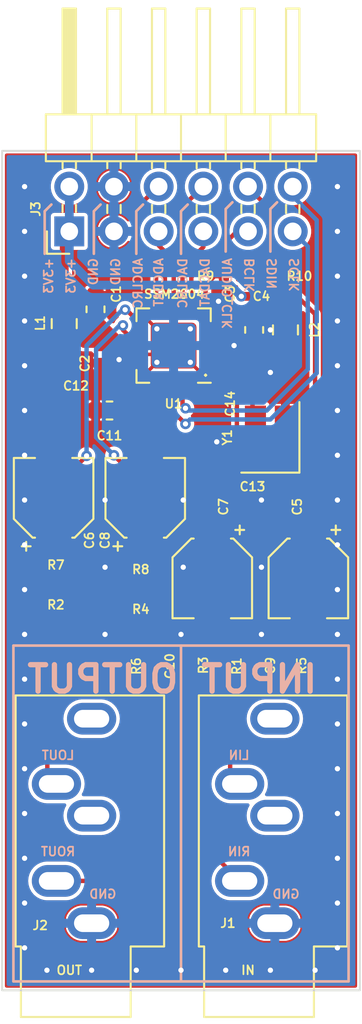
<source format=kicad_pcb>
(kicad_pcb (version 20171130) (host pcbnew 5.1.5-52549c5~86~ubuntu18.04.1)
  (layers (0 FRONT signal) (31 BACK signal) (34 B.Paste user) (35 F.Paste user) (36 B.SilkS user) (37 F.SilkS user) (38 B.Mask user) (39 F.Mask user) (44 Edge.Cuts user))
  (net 0 "")
  (net 1 /AVDD)
  (net 2 GND)
  (net 3 /DVDD)
  (net 4 /LLINEIN)
  (net 5 /LIN_FILT)
  (net 6 /LOUT_SSM)
  (net 7 /LOUT_FILT)
  (net 8 /RLINEIN)
  (net 9 /RIN_FILT)
  (net 10 /ROUT_FILT)
  (net 11 /ROUT_SSM)
  (net 12 /VMID)
  (net 13 /XTI)
  (net 14 /XTO)
  (net 15 +3V3)
  (net 16 /SDIN)
  (net 17 /SCLK)
  (net 18 /SSM_CLKOUT)
  (net 19 /BCLK)
  (net 20 /ADCDAT)
  (net 21 /ADCLRC)
  (net 22 /DACDAT)
  (net 23 /DACLRC)
  (net 24 /LIN)
  (net 25 /RIN)
  (net 26 /ROUT)
  (net 27 /LOUT)
  (net 28 /AUDIO_CLK)
  (net 29 "Net-(U1-Pad20)")
  (net 30 "Net-(J1-PadRN)")
  (net 31 "Net-(J1-PadTN)")
  (net 32 "Net-(J2-PadRN)")
  (net 33 "Net-(J2-PadTN)")
  (module pmod_audio:QFN-20-1EP_SSM2604 (layer FRONT) (at 112.08 111.012 180)
    (fp_text reference U1 (at 0 -3.3 180) (layer F.SilkS) (effects (font (size 0.5 0.5) (thickness 0.1))))
    (fp_text value SSM2604CPZ)
    (pad 20 smd roundrect (at -1 -1.9375 180) (size 0.25 0.825) (layers FRONT F.Paste F.Mask) (net 29 "Net-(U1-Pad20)"))
    (pad 19 smd roundrect (at -0.5 -1.9375 180) (size 0.25 0.825) (layers FRONT F.Paste F.Mask) (net 17 /SCLK))
    (pad 18 smd roundrect (at 0 -1.9375 180) (size 0.25 0.825) (layers FRONT F.Paste F.Mask) (net 16 /SDIN))
    (pad 17 smd roundrect (at 0.5 -1.9375 180) (size 0.25 0.825) (layers FRONT F.Paste F.Mask) (net 4 /LLINEIN))
    (pad 16 smd roundrect (at 1 -1.9375 180) (size 0.25 0.825) (layers FRONT F.Paste F.Mask) (net 8 /RLINEIN))
    (pad 15 smd roundrect (at 1.9375 -1 180) (size 0.825 0.25) (layers FRONT F.Paste F.Mask) (net 12 /VMID))
    (pad 14 smd roundrect (at 1.9375 -0.5 180) (size 0.825 0.25) (layers FRONT F.Paste F.Mask) (net 2 GND))
    (pad 13 smd roundrect (at 1.9375 0 180) (size 0.825 0.25) (layers FRONT F.Paste F.Mask) (net 1 /AVDD))
    (pad 12 smd roundrect (at 1.9375 0.5 180) (size 0.825 0.25) (layers FRONT F.Paste F.Mask) (net 11 /ROUT_SSM))
    (pad 11 smd roundrect (at 1.9375 1 180) (size 0.825 0.25) (layers FRONT F.Paste F.Mask) (net 6 /LOUT_SSM))
    (pad 10 smd roundrect (at 1 1.9375 180) (size 0.25 0.825) (layers FRONT F.Paste F.Mask) (net 21 /ADCLRC))
    (pad 9 smd roundrect (at 0.5 1.9375 180) (size 0.25 0.825) (layers FRONT F.Paste F.Mask) (net 20 /ADCDAT))
    (pad 8 smd roundrect (at 0 1.9375 180) (size 0.25 0.825) (layers FRONT F.Paste F.Mask) (net 23 /DACLRC))
    (pad 7 smd roundrect (at -0.5 1.9375 180) (size 0.25 0.825) (layers FRONT F.Paste F.Mask) (net 22 /DACDAT))
    (pad 6 smd roundrect (at -1 1.9375 180) (size 0.25 0.825) (layers FRONT F.Paste F.Mask) (net 19 /BCLK))
    (pad 5 smd roundrect (at -1.9375 1 180) (size 0.825 0.25) (layers FRONT F.Paste F.Mask) (net 18 /SSM_CLKOUT))
    (pad 4 smd roundrect (at -1.9375 0.5 180) (size 0.825 0.25) (layers FRONT F.Paste F.Mask) (net 3 /DVDD))
    (pad 3 smd roundrect (at -1.9375 0 180) (size 0.825 0.25) (layers FRONT F.Paste F.Mask) (net 2 GND))
    (pad 2 smd roundrect (at -1.9375 -0.5 180) (size 0.825 0.25) (layers FRONT F.Paste F.Mask) (net 14 /XTO))
    (pad 1 smd roundrect (at -1.9375 -1 180) (size 0.825 0.25) (layers FRONT F.Paste F.Mask) (net 13 /XTI))
    (pad 21 smd roundrect (at 0 0 180) (size 2.5 2.5) (layers BACK) (roundrect_rratio 0.1) (net 2 GND))
    (pad 21 thru_hole circle (at 0.95 0.95 180) (size 0.6 0.6) (drill 0.3) (layers *.Cu) (net 2 GND))
    (pad 21 thru_hole circle (at -0.95 0.95 180) (size 0.6 0.6) (drill 0.3) (layers *.Cu) (net 2 GND))
    (pad 21 thru_hole circle (at 0.95 -0.95 180) (size 0.6 0.6) (drill 0.3) (layers *.Cu) (net 2 GND))
    (pad 21 thru_hole circle (at -0.95 -0.95 180) (size 0.6 0.6) (drill 0.3) (layers *.Cu) (net 2 GND))
    (pad 21 smd roundrect (at 0 0 180) (size 2.6 2.6) (layers FRONT F.Mask) (roundrect_rratio 0.1) (net 2 GND))
  )
  (module Connector_Audio:Jack_3.5mm_CUI_SJ1-3535NG_Horizontal (layer FRONT) (at 117.834 143.778 180)
    (fp_text reference J1 (at 2.667 0) (layer F.SilkS) (effects (font (size 0.5 0.5) (thickness 0.1))))
    (fp_text value SJ1-3535NG)
    (pad RN thru_hole oval (at 0 6.1 180) (size 2.8 1.8) (drill oval 2 1) (layers *.Cu *.Mask) (net 30 "Net-(J1-PadRN)"))
    (pad TN thru_hole oval (at 0 11.6 180) (size 2.8 1.8) (drill oval 2 1) (layers *.Cu *.Mask) (net 31 "Net-(J1-PadTN)"))
    (pad R thru_hole oval (at 2 7.9 180) (size 2.8 1.8) (drill oval 2 1) (layers *.Cu *.Mask) (net 24 /LIN))
    (pad T thru_hole oval (at 2 2.4 180) (size 2.8 1.8) (drill oval 2 1) (layers *.Cu *.Mask) (net 25 /RIN))
    (pad S thru_hole oval (at 0 0 180) (size 2.8 1.8) (drill oval 2 1) (layers *.Cu *.Mask) (net 2 GND))
  )
  (module Connector_Audio:Jack_3.5mm_CUI_SJ1-3535NG_Horizontal (layer FRONT) (at 107.42 143.778 180)
    (fp_text reference J2 (at 2.921 -0.127) (layer F.SilkS) (effects (font (size 0.5 0.5) (thickness 0.1))))
    (fp_text value SJ1-3535NG)
    (pad RN thru_hole oval (at 0 6.1 180) (size 2.8 1.8) (drill oval 2 1) (layers *.Cu *.Mask) (net 32 "Net-(J2-PadRN)"))
    (pad TN thru_hole oval (at 0 11.6 180) (size 2.8 1.8) (drill oval 2 1) (layers *.Cu *.Mask) (net 33 "Net-(J2-PadTN)"))
    (pad R thru_hole oval (at 2 7.9 180) (size 2.8 1.8) (drill oval 2 1) (layers *.Cu *.Mask) (net 27 /LOUT))
    (pad T thru_hole oval (at 2 2.4 180) (size 2.8 1.8) (drill oval 2 1) (layers *.Cu *.Mask) (net 26 /ROUT))
    (pad S thru_hole oval (at 0 0 180) (size 2.8 1.8) (drill oval 2 1) (layers *.Cu *.Mask) (net 2 GND))
  )
  (module Capacitor_SMD:C_0603_1608Metric (layer FRONT) (at 107.641 108.9545 90)
    (fp_text reference C1 (at 0.8635 1.176 90) (layer F.SilkS) (effects (font (size 0.5 0.5) (thickness 0.1))))
    (fp_text value 10uF)
    (pad 1 smd roundrect (at -0.7875 0 90) (size 0.875 0.95) (layers FRONT F.Paste F.Mask) (net 1 /AVDD))
    (pad 2 smd roundrect (at 0.7875 0 90) (size 0.875 0.95) (layers FRONT F.Paste F.Mask) (net 2 GND))
  )
  (module Capacitor_SMD:C_0402_1005Metric (layer FRONT) (at 107.928 111.52 270)
    (fp_text reference C2 (at 0.508 0.889 90) (layer F.SilkS) (effects (font (size 0.5 0.5) (thickness 0.1))))
    (fp_text value 0.1uF)
    (pad 1 smd roundrect (at -0.485 0 270) (size 0.59 0.64) (layers FRONT F.Paste F.Mask) (net 1 /AVDD))
    (pad 2 smd roundrect (at 0.485 0 270) (size 0.59 0.64) (layers FRONT F.Paste F.Mask) (net 2 GND))
  )
  (module Capacitor_SMD:C_0402_1005Metric (layer FRONT) (at 115.261 109.615 90)
    (fp_text reference C3 (at 1.524 0.033 90) (layer F.SilkS) (effects (font (size 0.5 0.5) (thickness 0.1))))
    (fp_text value 0.1uF)
    (pad 2 smd roundrect (at 0.485 0 90) (size 0.59 0.64) (layers FRONT F.Paste F.Mask) (net 2 GND))
    (pad 1 smd roundrect (at -0.485 0 90) (size 0.59 0.64) (layers FRONT F.Paste F.Mask) (net 3 /DVDD))
  )
  (module Capacitor_SMD:C_0603_1608Metric (layer FRONT) (at 116.658 110.123 90)
    (fp_text reference C4 (at 1.905 0.414 180) (layer F.SilkS) (effects (font (size 0.5 0.5) (thickness 0.1))))
    (fp_text value 10uF)
    (pad 1 smd roundrect (at -0.7875 0 90) (size 0.875 0.95) (layers FRONT F.Paste F.Mask) (net 3 /DVDD))
    (pad 2 smd roundrect (at 0.7875 0 90) (size 0.875 0.95) (layers FRONT F.Paste F.Mask) (net 2 GND))
  )
  (module Capacitor_SMD:CP_Elec_4x5.4 (layer FRONT) (at 119.739 124.22 270)
    (fp_text reference C5 (at -4.064 0.635 90) (layer F.SilkS) (effects (font (size 0.5 0.5) (thickness 0.1))))
    (fp_text value 1uF)
    (pad 2 smd roundrect (at 1.8 0 270) (size 2.6 1.6) (layers FRONT F.Paste F.Mask) (roundrect_rratio 0.15625) (net 5 /LIN_FILT))
    (pad 1 smd roundrect (at -1.8 0 270) (size 2.6 1.6) (layers FRONT F.Paste F.Mask) (roundrect_rratio 0.15625) (net 4 /LLINEIN))
  )
  (module Capacitor_SMD:CP_Elec_4x5.4 (layer FRONT) (at 105.261 119.648 90)
    (fp_text reference C6 (at -2.413 2.032 90) (layer F.SilkS) (effects (font (size 0.5 0.5) (thickness 0.1))))
    (fp_text value 1uF)
    (pad 2 smd roundrect (at 1.8 0 90) (size 2.6 1.6) (layers FRONT F.Paste F.Mask) (roundrect_rratio 0.15625) (net 6 /LOUT_SSM))
    (pad 1 smd roundrect (at -1.8 0 90) (size 2.6 1.6) (layers FRONT F.Paste F.Mask) (roundrect_rratio 0.15625) (net 7 /LOUT_FILT))
  )
  (module Capacitor_SMD:CP_Elec_4x5.4 (layer FRONT) (at 114.278 124.22 270)
    (fp_text reference C7 (at -4.064 -0.635 90) (layer F.SilkS) (effects (font (size 0.5 0.5) (thickness 0.1))))
    (fp_text value 1uF)
    (pad 1 smd roundrect (at -1.8 0 270) (size 2.6 1.6) (layers FRONT F.Paste F.Mask) (roundrect_rratio 0.15625) (net 8 /RLINEIN))
    (pad 2 smd roundrect (at 1.8 0 270) (size 2.6 1.6) (layers FRONT F.Paste F.Mask) (roundrect_rratio 0.15625) (net 9 /RIN_FILT))
  )
  (module Capacitor_SMD:CP_Elec_4x5.4 (layer FRONT) (at 110.468 119.648 90)
    (fp_text reference C8 (at -2.413 -2.286 90) (layer F.SilkS) (effects (font (size 0.5 0.5) (thickness 0.1))))
    (fp_text value 1uF)
    (pad 1 smd roundrect (at -1.8 0 90) (size 2.6 1.6) (layers FRONT F.Paste F.Mask) (roundrect_rratio 0.15625) (net 10 /ROUT_FILT))
    (pad 2 smd roundrect (at 1.8 0 90) (size 2.6 1.6) (layers FRONT F.Paste F.Mask) (roundrect_rratio 0.15625) (net 11 /ROUT_SSM))
  )
  (module Capacitor_SMD:C_0402_1005Metric (layer FRONT) (at 118.469 129.173 270)
    (fp_text reference C9 (at 0 0.889 90) (layer F.SilkS) (effects (font (size 0.5 0.5) (thickness 0.1))))
    (fp_text value 220pF)
    (pad 1 smd roundrect (at -0.485 0 270) (size 0.59 0.64) (layers FRONT F.Paste F.Mask) (net 5 /LIN_FILT))
    (pad 2 smd roundrect (at 0.485 0 270) (size 0.59 0.64) (layers FRONT F.Paste F.Mask) (net 2 GND))
  )
  (module Capacitor_SMD:C_0402_1005Metric (layer FRONT) (at 112.754 129.196 270)
    (fp_text reference C10 (at 0 0.889 90) (layer F.SilkS) (effects (font (size 0.5 0.5) (thickness 0.1))))
    (fp_text value 220pF)
    (pad 2 smd roundrect (at 0.485 0 270) (size 0.59 0.64) (layers FRONT F.Paste F.Mask) (net 2 GND))
    (pad 1 smd roundrect (at -0.485 0 270) (size 0.59 0.64) (layers FRONT F.Paste F.Mask) (net 9 /RIN_FILT))
  )
  (module Capacitor_SMD:C_0603_1608Metric (layer FRONT) (at 108.436 114.695 180)
    (fp_text reference C11 (at 0 -1.43) (layer F.SilkS) (effects (font (size 0.5 0.5) (thickness 0.1))))
    (fp_text value 4.7uF)
    (pad 2 smd roundrect (at 0.7875 0 180) (size 0.875 0.95) (layers FRONT F.Paste F.Mask) (net 2 GND))
    (pad 1 smd roundrect (at -0.7875 0 180) (size 0.875 0.95) (layers FRONT F.Paste F.Mask) (net 12 /VMID))
  )
  (module Capacitor_SMD:C_0402_1005Metric (layer FRONT) (at 108.436 113.298 180)
    (fp_text reference C12 (at 1.905 0) (layer F.SilkS) (effects (font (size 0.5 0.5) (thickness 0.1))))
    (fp_text value 0.1uF)
    (pad 1 smd roundrect (at -0.485 0 180) (size 0.59 0.64) (layers FRONT F.Paste F.Mask) (net 12 /VMID))
    (pad 2 smd roundrect (at 0.485 0 180) (size 0.59 0.64) (layers FRONT F.Paste F.Mask) (net 2 GND))
  )
  (module Capacitor_SMD:C_0402_1005Metric (layer FRONT) (at 118.342 119.013 180)
    (fp_text reference C13 (at 1.778 0) (layer F.SilkS) (effects (font (size 0.5 0.5) (thickness 0.1))))
    (fp_text value 18pF)
    (pad 2 smd roundrect (at 0.485 0 180) (size 0.59 0.64) (layers FRONT F.Paste F.Mask) (net 2 GND))
    (pad 1 smd roundrect (at -0.485 0 180) (size 0.59 0.64) (layers FRONT F.Paste F.Mask) (net 13 /XTI))
  )
  (module Capacitor_SMD:C_0402_1005Metric (layer FRONT) (at 116.564 113.425)
    (fp_text reference C14 (at -1.27 0.889 90) (layer F.SilkS) (effects (font (size 0.5 0.5) (thickness 0.1))))
    (fp_text value 18pF)
    (pad 1 smd roundrect (at -0.485 0) (size 0.59 0.64) (layers FRONT F.Paste F.Mask) (net 14 /XTO))
    (pad 2 smd roundrect (at 0.485 0) (size 0.59 0.64) (layers FRONT F.Paste F.Mask) (net 2 GND))
  )
  (module Resistor_SMD:R_0402_1005Metric (layer FRONT) (at 117.58 107.075)
    (fp_text reference R10 (at 1.651 0) (layer F.SilkS) (effects (font (size 0.5 0.5) (thickness 0.1))))
    (fp_text value 0R)
    (pad 1 smd roundrect (at -0.485 0) (size 0.59 0.64) (layers FRONT F.Paste F.Mask) (net 28 /AUDIO_CLK))
    (pad 2 smd roundrect (at 0.485 0) (size 0.59 0.64) (layers FRONT F.Paste F.Mask) (net 13 /XTI))
  )
  (module Resistor_SMD:R_0402_1005Metric (layer FRONT) (at 116.564 129.196 270)
    (fp_text reference R1 (at 0 0.889 90) (layer F.SilkS) (effects (font (size 0.5 0.5) (thickness 0.1))))
    (fp_text value 5.6K)
    (pad 2 smd roundrect (at 0.485 0 270) (size 0.59 0.64) (layers FRONT F.Paste F.Mask) (net 24 /LIN))
    (pad 1 smd roundrect (at -0.485 0 270) (size 0.59 0.64) (layers FRONT F.Paste F.Mask) (net 5 /LIN_FILT))
  )
  (module Resistor_SMD:R_0402_1005Metric (layer FRONT) (at 105.388 126.887)
    (fp_text reference R2 (at 0 -1.17) (layer F.SilkS) (effects (font (size 0.5 0.5) (thickness 0.1))))
    (fp_text value 100)
    (pad 1 smd roundrect (at -0.485 0) (size 0.59 0.64) (layers FRONT F.Paste F.Mask) (net 27 /LOUT))
    (pad 2 smd roundrect (at 0.485 0) (size 0.59 0.64) (layers FRONT F.Paste F.Mask) (net 7 /LOUT_FILT))
  )
  (module Resistor_SMD:R_0402_1005Metric (layer FRONT) (at 114.659 129.173 270)
    (fp_text reference R3 (at -0.023 0.889 90) (layer F.SilkS) (effects (font (size 0.5 0.5) (thickness 0.1))))
    (fp_text value 5.6K)
    (pad 1 smd roundrect (at -0.485 0 270) (size 0.59 0.64) (layers FRONT F.Paste F.Mask) (net 9 /RIN_FILT))
    (pad 2 smd roundrect (at 0.485 0 270) (size 0.59 0.64) (layers FRONT F.Paste F.Mask) (net 25 /RIN))
  )
  (module Resistor_SMD:R_0402_1005Metric (layer FRONT) (at 110.214 127.141)
    (fp_text reference R4 (at 0 -1.17) (layer F.SilkS) (effects (font (size 0.5 0.5) (thickness 0.1))))
    (fp_text value 100)
    (pad 2 smd roundrect (at 0.485 0) (size 0.59 0.64) (layers FRONT F.Paste F.Mask) (net 10 /ROUT_FILT))
    (pad 1 smd roundrect (at -0.485 0) (size 0.59 0.64) (layers FRONT F.Paste F.Mask) (net 26 /ROUT))
  )
  (module Resistor_SMD:R_0402_1005Metric (layer FRONT) (at 120.247 129.173 270)
    (fp_text reference R5 (at 0 0.889 90) (layer F.SilkS) (effects (font (size 0.5 0.5) (thickness 0.1))))
    (fp_text value 10M)
    (pad 2 smd roundrect (at 0.485 0 270) (size 0.59 0.64) (layers FRONT F.Paste F.Mask) (net 2 GND))
    (pad 1 smd roundrect (at -0.485 0 270) (size 0.59 0.64) (layers FRONT F.Paste F.Mask) (net 5 /LIN_FILT))
  )
  (module Resistor_SMD:R_0402_1005Metric (layer FRONT) (at 110.849 129.196 270)
    (fp_text reference R6 (at 0 0.889 90) (layer F.SilkS) (effects (font (size 0.5 0.5) (thickness 0.1))))
    (fp_text value 10M)
    (pad 1 smd roundrect (at -0.485 0 270) (size 0.59 0.64) (layers FRONT F.Paste F.Mask) (net 9 /RIN_FILT))
    (pad 2 smd roundrect (at 0.485 0 270) (size 0.59 0.64) (layers FRONT F.Paste F.Mask) (net 2 GND))
  )
  (module Resistor_SMD:R_0402_1005Metric (layer FRONT) (at 105.388 124.347 180)
    (fp_text reference R7 (at 0 0.889) (layer F.SilkS) (effects (font (size 0.5 0.5) (thickness 0.1))))
    (fp_text value 47K)
    (pad 2 smd roundrect (at 0.485 0 180) (size 0.59 0.64) (layers FRONT F.Paste F.Mask) (net 2 GND))
    (pad 1 smd roundrect (at -0.485 0 180) (size 0.59 0.64) (layers FRONT F.Paste F.Mask) (net 7 /LOUT_FILT))
  )
  (module Resistor_SMD:R_0402_1005Metric (layer FRONT) (at 110.214 124.601 180)
    (fp_text reference R8 (at 0 0.889) (layer F.SilkS) (effects (font (size 0.5 0.5) (thickness 0.1))))
    (fp_text value 47K)
    (pad 1 smd roundrect (at -0.485 0 180) (size 0.59 0.64) (layers FRONT F.Paste F.Mask) (net 10 /ROUT_FILT))
    (pad 2 smd roundrect (at 0.485 0 180) (size 0.59 0.64) (layers FRONT F.Paste F.Mask) (net 2 GND))
  )
  (module Resistor_SMD:R_0402_1005Metric (layer FRONT) (at 115.421 107.075)
    (fp_text reference R9 (at -1.524 0) (layer F.SilkS) (effects (font (size 0.5 0.5) (thickness 0.1))))
    (fp_text value 0R)
    (pad 2 smd roundrect (at 0.485 0) (size 0.59 0.64) (layers FRONT F.Paste F.Mask) (net 28 /AUDIO_CLK))
    (pad 1 smd roundrect (at -0.485 0) (size 0.59 0.64) (layers FRONT F.Paste F.Mask) (net 18 /SSM_CLKOUT))
  )
  (module Connector_PinHeader_2.54mm:PinHeader_2x06_P2.54mm_Horizontal (layer FRONT) (at 106.15 104.535 90)
    (fp_text reference J3 (at 1.27 -1.905 90) (layer F.SilkS) (effects (font (size 0.5 0.5) (thickness 0.1))))
    (fp_text value PMOD_HEADER)
    (pad 1 thru_hole rect (at 0 0 90) (size 1.7 1.7) (drill 1) (layers *.Cu *.Mask) (net 15 +3V3))
    (pad 2 thru_hole oval (at 2.54 0 90) (size 1.7 1.7) (drill 1) (layers *.Cu *.Mask) (net 15 +3V3))
    (pad 3 thru_hole oval (at 0 2.54 90) (size 1.7 1.7) (drill 1) (layers *.Cu *.Mask) (net 2 GND))
    (pad 4 thru_hole oval (at 2.54 2.54 90) (size 1.7 1.7) (drill 1) (layers *.Cu *.Mask) (net 2 GND))
    (pad 5 thru_hole oval (at 0 5.08 90) (size 1.7 1.7) (drill 1) (layers *.Cu *.Mask) (net 20 /ADCDAT))
    (pad 6 thru_hole oval (at 2.54 5.08 90) (size 1.7 1.7) (drill 1) (layers *.Cu *.Mask) (net 21 /ADCLRC))
    (pad 7 thru_hole oval (at 0 7.62 90) (size 1.7 1.7) (drill 1) (layers *.Cu *.Mask) (net 22 /DACDAT))
    (pad 8 thru_hole oval (at 2.54 7.62 90) (size 1.7 1.7) (drill 1) (layers *.Cu *.Mask) (net 23 /DACLRC))
    (pad 9 thru_hole oval (at 0 10.16 90) (size 1.7 1.7) (drill 1) (layers *.Cu *.Mask) (net 19 /BCLK))
    (pad 10 thru_hole oval (at 2.54 10.16 90) (size 1.7 1.7) (drill 1) (layers *.Cu *.Mask) (net 28 /AUDIO_CLK))
    (pad 11 thru_hole oval (at 0 12.7 90) (size 1.7 1.7) (drill 1) (layers *.Cu *.Mask) (net 17 /SCLK))
    (pad 12 thru_hole oval (at 2.54 12.7 90) (size 1.7 1.7) (drill 1) (layers *.Cu *.Mask) (net 16 /SDIN))
  )
  (module Crystal:Crystal_SMD_3225-4Pin_3.2x2.5mm (layer FRONT) (at 117.58 116.219 90)
    (fp_text reference Y1 (at 0 -2.45 90) (layer F.SilkS) (effects (font (size 0.5 0.5) (thickness 0.1))))
    (fp_text value "12.288 MHz")
    (pad 1 smd rect (at -1.1 0.85 90) (size 1.4 1.2) (layers FRONT F.Paste F.Mask) (net 13 /XTI))
    (pad 2 smd rect (at 1.1 0.85 90) (size 1.4 1.2) (layers FRONT F.Paste F.Mask) (net 2 GND))
    (pad 3 smd rect (at 1.1 -0.85 90) (size 1.4 1.2) (layers FRONT F.Paste F.Mask) (net 14 /XTO))
    (pad 4 smd rect (at -1.1 -0.85 90) (size 1.4 1.2) (layers FRONT F.Paste F.Mask) (net 2 GND))
  )
  (module Inductor_SMD:L_0805_2012Metric (layer FRONT) (at 105.863 109.7675 90)
    (fp_text reference L1 (at 0.0255 -1.364 90) (layer F.SilkS) (effects (font (size 0.5 0.5) (thickness 0.1))))
    (fp_text value 22uH)
    (pad 2 smd roundrect (at 0.9375 0 90) (size 0.975 1.4) (layers FRONT F.Paste F.Mask) (net 15 +3V3))
    (pad 1 smd roundrect (at -0.9375 0 90) (size 0.975 1.4) (layers FRONT F.Paste F.Mask) (net 1 /AVDD))
  )
  (module Inductor_SMD:L_0805_2012Metric (layer FRONT) (at 118.436 110.123 270)
    (fp_text reference L2 (at 0 -1.65 90) (layer F.SilkS) (effects (font (size 0.5 0.5) (thickness 0.1))))
    (fp_text value 22uH)
    (pad 1 smd roundrect (at -0.9375 0 270) (size 0.975 1.4) (layers FRONT F.Paste F.Mask) (net 15 +3V3))
    (pad 2 smd roundrect (at 0.9375 0 270) (size 0.975 1.4) (layers FRONT F.Paste F.Mask) (net 3 /DVDD))
  )
  (gr_text IN (at 116.31 146.445) (layer F.SilkS) (effects (font (size 0.5 0.5) (thickness 0.1))))
  (gr_text OUT (at 106.15 146.445) (layer F.SilkS) (effects (font (size 0.5 0.5) (thickness 0.1))))
  (gr_line (start 122.025 128.03) (end 112.5 128.03) (layer B.SilkS) (width 0.15))
  (gr_line (start 122.025 147.08) (end 122.025 128.03) (layer B.SilkS) (width 0.15))
  (gr_line (start 102.975 147.08) (end 122.025 147.08) (layer B.SilkS) (width 0.15))
  (gr_line (start 102.975 128.03) (end 102.975 147.08) (layer B.SilkS) (width 0.15))
  (gr_line (start 112.5 128.03) (end 102.975 128.03) (layer B.SilkS) (width 0.15))
  (gr_line (start 112.5 147.08) (end 112.5 128.03) (layer B.SilkS) (width 0.15))
  (gr_text RIN (at 115.802 139.714) (layer B.SilkS) (effects (font (size 0.5 0.5) (thickness 0.1)) (justify mirror)))
  (gr_text LIN (at 115.802 134.253) (layer B.SilkS) (effects (font (size 0.5 0.5) (thickness 0.1)) (justify mirror)))
  (gr_text LOUT (at 105.515 134.253) (layer B.SilkS) (effects (font (size 0.5 0.5) (thickness 0.1)) (justify mirror)))
  (gr_text ROUT (at 105.515 139.714) (layer B.SilkS) (effects (font (size 0.5 0.5) (thickness 0.1)) (justify mirror)))
  (gr_text GND (at 108.055 142.127) (layer B.SilkS) (effects (font (size 0.5 0.5) (thickness 0.1)) (justify mirror)))
  (gr_text GND (at 118.469 142.127) (layer B.SilkS) (effects (font (size 0.5 0.5) (thickness 0.1)) (justify mirror)))
  (gr_text . (at 113.897 112.282) (layer F.SilkS) (effects (font (size 1 1) (thickness 0.1))))
  (gr_text SSM2604 (at 112.119 108.091) (layer F.SilkS) (effects (font (size 0.5 0.5) (thickness 0.1))))
  (gr_line (start 104.753 103.392) (end 104.753 105.805) (layer B.SilkS) (width 0.15))
  (gr_line (start 105.134 103.011) (end 104.753 103.392) (layer B.SilkS) (width 0.15))
  (gr_line (start 107.547 103.392) (end 107.547 105.805) (layer B.SilkS) (width 0.15))
  (gr_line (start 107.928 103.011) (end 107.547 103.392) (layer B.SilkS) (width 0.15))
  (gr_line (start 109.96 103.392) (end 109.96 105.805) (layer B.SilkS) (width 0.15))
  (gr_line (start 110.341 103.011) (end 109.96 103.392) (layer B.SilkS) (width 0.15))
  (gr_line (start 112.5 103.392) (end 112.5 105.805) (layer B.SilkS) (width 0.15))
  (gr_line (start 112.881 103.011) (end 112.5 103.392) (layer B.SilkS) (width 0.15))
  (gr_line (start 115.04 103.265) (end 115.04 105.678) (layer B.SilkS) (width 0.15))
  (gr_line (start 115.421 102.884) (end 115.04 103.265) (layer B.SilkS) (width 0.15))
  (gr_line (start 117.58 103.265) (end 117.58 105.678) (layer B.SilkS) (width 0.15))
  (gr_line (start 117.961 102.884) (end 117.58 103.265) (layer B.SilkS) (width 0.15))
  (gr_text SCLK (at 118.944 106.999571 90) (layer B.SilkS) (effects (font (size 0.5 0.5) (thickness 0.1)) (justify mirror)))
  (gr_text SDIN (at 117.674 106.928143 90) (layer B.SilkS) (effects (font (size 0.5 0.5) (thickness 0.1)) (justify mirror)))
  (gr_text BCLK (at 116.404 107.011476 90) (layer B.SilkS) (effects (font (size 0.5 0.5) (thickness 0.1)) (justify mirror)))
  (gr_text AUDIO_CLK (at 115.134 108.059095 90) (layer B.SilkS) (effects (font (size 0.5 0.5) (thickness 0.1)) (justify mirror)))
  (gr_text DACDAT (at 113.864 107.428143 90) (layer B.SilkS) (effects (font (size 0.5 0.5) (thickness 0.1)) (justify mirror)))
  (gr_text DACLRC (at 112.594 107.475762 90) (layer B.SilkS) (effects (font (size 0.5 0.5) (thickness 0.1)) (justify mirror)))
  (gr_text ADCDAT (at 111.23 107.428143 90) (layer B.SilkS) (effects (font (size 0.5 0.5) (thickness 0.1)) (justify mirror)))
  (gr_text ADCLRC (at 110.054 107.475762 90) (layer B.SilkS) (effects (font (size 0.5 0.5) (thickness 0.1)) (justify mirror)))
  (gr_text GND (at 107.514 106.821 90) (layer B.SilkS) (effects (font (size 0.5 0.5) (thickness 0.1)) (justify mirror)))
  (gr_text +3V3 (at 104.974 107.059095 90) (layer B.SilkS) (effects (font (size 0.5 0.5) (thickness 0.1)) (justify mirror)))
  (gr_line (start 102.34 147.588) (end 102.34 99.963) (layer Edge.Cuts) (width 0.1))
  (gr_line (start 122.66 147.588) (end 102.34 147.588) (layer Edge.Cuts) (width 0.1))
  (gr_line (start 122.66 99.963) (end 122.66 147.588) (layer Edge.Cuts) (width 0.1))
  (gr_line (start 102.34 99.963) (end 122.66 99.963) (layer Edge.Cuts) (width 0.1))
  (gr_text GND (at 108.784 106.821 90) (layer B.SilkS) (effects (font (size 0.5 0.5) (thickness 0.1)) (justify mirror)))
  (gr_text +3V3 (at 106.244 107.059095 90) (layer B.SilkS) (effects (font (size 0.5 0.5) (thickness 0.1)) (justify mirror)))
  (gr_text OUTPUT (at 108.055 129.935) (layer B.SilkS) (effects (font (size 1.5 1.5) (thickness 0.3)) (justify mirror)))
  (gr_text INPUT (at 116.945 129.935) (layer B.SilkS) (effects (font (size 1.5 1.5) (thickness 0.3)) (justify mirror)))
  (via (at 117.58 112.536) (size 0.6) (drill 0.3) (layers FRONT BACK) (net 2))
  (via (at 103.61 101.995) (size 0.6) (drill 0.3) (layers FRONT BACK) (net 2))
  (via (at 115.515 111.012) (size 0.6) (drill 0.3) (layers FRONT BACK) (net 2))
  (segment (start 114.0235 111.012) (end 115.515 111.012) (width 0.25) (layer FRONT) (net 2))
  (via (at 117.072 127.395) (size 0.6) (drill 0.3) (layers FRONT BACK) (net 2))
  (segment (start 109.277 111.512) (end 108.9795 111.8095) (width 0.25) (layer FRONT) (net 2))
  (segment (start 110.1425 111.512) (end 109.277 111.512) (width 0.25) (layer FRONT) (net 2))
  (via (at 112.5 146.445) (size 0.6) (drill 0.3) (layers FRONT BACK) (net 2))
  (via (at 109.96 146.445) (size 0.6) (drill 0.3) (layers FRONT BACK) (net 2))
  (via (at 115.04 146.445) (size 0.6) (drill 0.3) (layers FRONT BACK) (net 2))
  (via (at 104.88 146.445) (size 0.6) (drill 0.3) (layers FRONT BACK) (net 2))
  (via (at 103.61 145.175) (size 0.6) (drill 0.3) (layers FRONT BACK) (net 2))
  (via (at 120.12 146.445) (size 0.6) (drill 0.3) (layers FRONT BACK) (net 2))
  (via (at 121.39 145.175) (size 0.6) (drill 0.3) (layers FRONT BACK) (net 2))
  (via (at 121.39 142.635) (size 0.6) (drill 0.3) (layers FRONT BACK) (net 2))
  (via (at 121.39 140.095) (size 0.6) (drill 0.3) (layers FRONT BACK) (net 2))
  (via (at 121.39 137.555) (size 0.6) (drill 0.3) (layers FRONT BACK) (net 2))
  (via (at 121.39 135.015) (size 0.6) (drill 0.3) (layers FRONT BACK) (net 2))
  (via (at 121.39 132.475) (size 0.6) (drill 0.3) (layers FRONT BACK) (net 2))
  (via (at 117.58 146.445) (size 0.6) (drill 0.3) (layers FRONT BACK) (net 2))
  (via (at 107.42 146.445) (size 0.6) (drill 0.3) (layers FRONT BACK) (net 2))
  (via (at 103.61 142.635) (size 0.6) (drill 0.3) (layers FRONT BACK) (net 2))
  (via (at 121.39 101.995) (size 0.6) (drill 0.3) (layers FRONT BACK) (net 2))
  (via (at 121.39 104.535) (size 0.6) (drill 0.3) (layers FRONT BACK) (net 2))
  (via (at 121.39 107.075) (size 0.6) (drill 0.3) (layers FRONT BACK) (net 2))
  (via (at 121.39 109.615) (size 0.6) (drill 0.3) (layers FRONT BACK) (net 2))
  (via (at 121.39 112.155) (size 0.6) (drill 0.3) (layers FRONT BACK) (net 2))
  (via (at 121.39 114.695) (size 0.6) (drill 0.3) (layers FRONT BACK) (net 2))
  (via (at 121.39 117.235) (size 0.6) (drill 0.3) (layers FRONT BACK) (net 2))
  (via (at 121.39 119.775) (size 0.6) (drill 0.3) (layers FRONT BACK) (net 2))
  (via (at 103.61 104.535) (size 0.6) (drill 0.3) (layers FRONT BACK) (net 2))
  (via (at 103.61 107.075) (size 0.6) (drill 0.3) (layers FRONT BACK) (net 2))
  (via (at 103.61 109.615) (size 0.6) (drill 0.3) (layers FRONT BACK) (net 2))
  (via (at 103.61 112.155) (size 0.6) (drill 0.3) (layers FRONT BACK) (net 2))
  (via (at 103.61 114.695) (size 0.6) (drill 0.3) (layers FRONT BACK) (net 2))
  (via (at 121.39 129.935) (size 0.6) (drill 0.3) (layers FRONT BACK) (net 2))
  (via (at 121.39 127.395) (size 0.6) (drill 0.3) (layers FRONT BACK) (net 2))
  (via (at 121.39 124.855) (size 0.6) (drill 0.3) (layers FRONT BACK) (net 2))
  (via (at 121.39 122.315) (size 0.6) (drill 0.3) (layers FRONT BACK) (net 2))
  (via (at 117.072 119.775) (size 0.6) (drill 0.3) (layers FRONT BACK) (net 2))
  (via (at 103.61 140.095) (size 0.6) (drill 0.3) (layers FRONT BACK) (net 2))
  (via (at 103.61 137.555) (size 0.6) (drill 0.3) (layers FRONT BACK) (net 2))
  (via (at 103.61 135.015) (size 0.6) (drill 0.3) (layers FRONT BACK) (net 2))
  (via (at 103.61 132.475) (size 0.6) (drill 0.3) (layers FRONT BACK) (net 2))
  (via (at 103.61 129.935) (size 0.6) (drill 0.3) (layers FRONT BACK) (net 2))
  (via (at 103.61 127.395) (size 0.6) (drill 0.3) (layers FRONT BACK) (net 2))
  (via (at 103.61 124.855) (size 0.6) (drill 0.3) (layers FRONT BACK) (net 2))
  (via (at 103.61 122.315) (size 0.6) (drill 0.3) (layers FRONT BACK) (net 2))
  (via (at 103.61 119.775) (size 0.6) (drill 0.3) (layers FRONT BACK) (net 2))
  (via (at 103.61 117.235) (size 0.6) (drill 0.3) (layers FRONT BACK) (net 2))
  (via (at 108.182 119.775) (size 0.6) (drill 0.3) (layers FRONT BACK) (net 2))
  (via (at 108.182 127.395) (size 0.6) (drill 0.3) (layers FRONT BACK) (net 2))
  (via (at 114.631 108.5) (size 0.6) (drill 0.3) (layers FRONT BACK) (net 2))
  (via (at 117.58 110.123) (size 0.6) (drill 0.3) (layers FRONT BACK) (net 2))
  (via (at 117.072 123.585) (size 0.6) (drill 0.3) (layers FRONT BACK) (net 2))
  (via (at 112.627 123.585) (size 0.6) (drill 0.3) (layers FRONT BACK) (net 2))
  (via (at 108.182 123.585) (size 0.6) (drill 0.3) (layers FRONT BACK) (net 2))
  (via (at 112.5 127.395) (size 0.6) (drill 0.3) (layers FRONT BACK) (net 2))
  (via (at 112.627 119.775) (size 0.6) (drill 0.3) (layers FRONT BACK) (net 2))
  (segment (start 108.9795 111.8095) (end 108.911 111.878) (width 0.25) (layer FRONT) (net 2))
  (via (at 108.9795 111.8095) (size 0.6) (drill 0.3) (layers FRONT BACK) (net 2))
  (via (at 114.532 116.473) (size 0.6) (drill 0.3) (layers FRONT BACK) (net 2))
  (segment (start 112.08 111.012) (end 110.65 112.442) (width 0.2) (layer FRONT) (net 2))
  (segment (start 110.65 112.442) (end 110.65 112.735) (width 0.2) (layer FRONT) (net 2))
  (segment (start 111.58 111.512) (end 112.08 111.012) (width 0.2) (layer FRONT) (net 2))
  (segment (start 110.1425 111.512) (end 111.58 111.512) (width 0.2) (layer FRONT) (net 2))
  (segment (start 112.08 111.012) (end 114.0175 111.012) (width 0.2) (layer FRONT) (net 2))
  (segment (start 113.803 112.735) (end 113.815332 112.735) (width 0.2) (layer FRONT) (net 2))
  (segment (start 112.08 111.012) (end 113.803 112.735) (width 0.2) (layer FRONT) (net 2))
  (segment (start 111.117668 110.062) (end 110.57 109.514332) (width 0.2) (layer FRONT) (net 2))
  (segment (start 111.13 110.062) (end 111.117668 110.062) (width 0.2) (layer FRONT) (net 2))
  (segment (start 118.436 110.9105) (end 116.658 110.9105) (width 0.5) (layer FRONT) (net 3))
  (segment (start 115.8475 110.1) (end 116.658 110.9105) (width 0.5) (layer FRONT) (net 3))
  (segment (start 115.261 110.1) (end 115.8475 110.1) (width 0.5) (layer FRONT) (net 3))
  (segment (start 114.849 110.512) (end 115.261 110.1) (width 0.25) (layer FRONT) (net 3))
  (segment (start 114.0235 110.512) (end 114.849 110.512) (width 0.25) (layer FRONT) (net 3))
  (segment (start 119.104 120.537) (end 119.739 121.172) (width 0.25) (layer FRONT) (net 4))
  (segment (start 116.691 120.537) (end 119.104 120.537) (width 0.25) (layer FRONT) (net 4))
  (segment (start 119.739 121.172) (end 119.739 123.563) (width 0.25) (layer FRONT) (net 4))
  (segment (start 111.586 112.9495) (end 111.586 115.432) (width 0.25) (layer FRONT) (net 4))
  (segment (start 111.586 115.432) (end 116.691 120.537) (width 0.25) (layer FRONT) (net 4))
  (segment (start 120.224 128.711) (end 120.247 128.688) (width 0.25) (layer FRONT) (net 5))
  (segment (start 116.564 128.711) (end 119.82 128.711) (width 0.25) (layer FRONT) (net 5))
  (segment (start 119.82 128.711) (end 120.224 128.711) (width 0.25) (layer FRONT) (net 5))
  (segment (start 120.247 126.528) (end 119.739 126.02) (width 0.25) (layer FRONT) (net 5))
  (segment (start 120.247 128.688) (end 120.247 126.528) (width 0.25) (layer FRONT) (net 5))
  (segment (start 104.593 118.991) (end 104.593 117.616) (width 0.25) (layer FRONT) (net 6))
  (via (at 109.325 108.98) (size 0.6) (drill 0.3) (layers FRONT BACK) (net 6))
  (segment (start 109.165 108.98) (end 109.325 108.98) (width 0.25) (layer BACK) (net 6))
  (segment (start 106.553 117.848) (end 105.261 117.848) (width 0.25) (layer FRONT) (net 6))
  (segment (start 107.133 117.268) (end 106.553 117.848) (width 0.25) (layer FRONT) (net 6))
  (segment (start 107.133 111.012) (end 109.165 108.98) (width 0.25) (layer BACK) (net 6))
  (via (at 107.133 117.268) (size 0.6) (drill 0.3) (layers FRONT BACK) (net 6))
  (segment (start 107.133 117.268) (end 107.133 111.012) (width 0.25) (layer BACK) (net 6))
  (segment (start 110.087 109.9565) (end 110.1425 110.012) (width 0.25) (layer FRONT) (net 6))
  (segment (start 110.087 109.672) (end 110.087 109.9565) (width 0.25) (layer FRONT) (net 6))
  (segment (start 109.325 108.98) (end 109.395 108.98) (width 0.25) (layer FRONT) (net 6))
  (segment (start 109.395 108.98) (end 110.087 109.672) (width 0.25) (layer FRONT) (net 6))
  (segment (start 105.873 126.887) (end 105.873 124.347) (width 0.25) (layer FRONT) (net 7))
  (segment (start 105.873 122.06) (end 105.261 121.448) (width 0.25) (layer FRONT) (net 7))
  (segment (start 105.873 124.347) (end 105.873 122.06) (width 0.25) (layer FRONT) (net 7))
  (segment (start 114.278 118.919) (end 114.278 123.563) (width 0.25) (layer FRONT) (net 8))
  (segment (start 111.086 112.9495) (end 111.086 115.727) (width 0.25) (layer FRONT) (net 8))
  (segment (start 111.086 115.727) (end 114.278 118.919) (width 0.25) (layer FRONT) (net 8))
  (segment (start 110.872 128.688) (end 110.849 128.711) (width 0.25) (layer FRONT) (net 9))
  (segment (start 114.659 128.688) (end 110.872 128.688) (width 0.25) (layer FRONT) (net 9))
  (segment (start 114.659 126.401) (end 114.278 126.02) (width 0.25) (layer FRONT) (net 9))
  (segment (start 114.659 128.688) (end 114.659 126.401) (width 0.25) (layer FRONT) (net 9))
  (segment (start 110.699 121.679) (end 110.468 121.448) (width 0.25) (layer FRONT) (net 10))
  (segment (start 110.699 124.601) (end 110.699 121.679) (width 0.25) (layer FRONT) (net 10))
  (segment (start 110.699 124.601) (end 110.699 127.141) (width 0.25) (layer FRONT) (net 10))
  (via (at 109.198 109.869) (size 0.6) (drill 0.3) (layers FRONT BACK) (net 11))
  (segment (start 109.587 110.512) (end 110.1485 110.512) (width 0.25) (layer FRONT) (net 11))
  (segment (start 109.198 109.869) (end 109.198 110.123) (width 0.25) (layer FRONT) (net 11))
  (segment (start 109.198 110.123) (end 109.587 110.512) (width 0.25) (layer FRONT) (net 11))
  (segment (start 108.69 117.235) (end 109.303 117.848) (width 0.25) (layer FRONT) (net 11))
  (segment (start 109.303 117.848) (end 110.468 117.848) (width 0.25) (layer FRONT) (net 11))
  (via (at 108.69 117.235) (size 0.6) (drill 0.3) (layers FRONT BACK) (net 11))
  (segment (start 107.674 111.2025) (end 109.0075 109.869) (width 0.25) (layer BACK) (net 11))
  (segment (start 109.0075 109.869) (end 109.198 109.869) (width 0.25) (layer BACK) (net 11))
  (segment (start 108.69 117.235) (end 107.674 116.219) (width 0.25) (layer BACK) (net 11))
  (segment (start 107.674 116.219) (end 107.674 111.2025) (width 0.25) (layer BACK) (net 11))
  (segment (start 110.1425 112.012) (end 110.1425 112.7345) (width 0.25) (layer FRONT) (net 12))
  (segment (start 109.579 113.298) (end 108.921 113.298) (width 0.25) (layer FRONT) (net 12))
  (segment (start 110.1425 112.7345) (end 109.579 113.298) (width 0.25) (layer FRONT) (net 12))
  (segment (start 109.071 114.5425) (end 109.2235 114.695) (width 0.25) (layer FRONT) (net 12))
  (segment (start 108.921 113.298) (end 109.071 113.448) (width 0.25) (layer FRONT) (net 12))
  (segment (start 109.071 113.448) (end 109.071 114.5425) (width 0.25) (layer FRONT) (net 12))
  (segment (start 118.827 117.716) (end 118.43 117.319) (width 0.25) (layer FRONT) (net 13))
  (segment (start 118.827 119.013) (end 118.827 117.716) (width 0.25) (layer FRONT) (net 13))
  (segment (start 114.643 112.012) (end 114.0175 112.012) (width 0.25) (layer FRONT) (net 13))
  (segment (start 115.04 112.409) (end 114.643 112.012) (width 0.25) (layer FRONT) (net 13))
  (segment (start 115.04 113.552) (end 115.04 112.409) (width 0.25) (layer FRONT) (net 13))
  (segment (start 118.43 117.196) (end 117.453 116.219) (width 0.25) (layer FRONT) (net 13))
  (segment (start 118.43 117.319) (end 118.43 117.196) (width 0.25) (layer FRONT) (net 13))
  (segment (start 117.453 116.219) (end 115.929 116.219) (width 0.25) (layer FRONT) (net 13))
  (segment (start 115.675 115.965) (end 115.675 114.187) (width 0.25) (layer FRONT) (net 13))
  (segment (start 115.929 116.219) (end 115.675 115.965) (width 0.25) (layer FRONT) (net 13))
  (segment (start 115.675 114.187) (end 115.04 113.552) (width 0.25) (layer FRONT) (net 13))
  (segment (start 115.698 112.282) (end 115.675 112.282) (width 0.25) (layer FRONT) (net 14))
  (segment (start 114.905 111.512) (end 114.0175 111.512) (width 0.25) (layer FRONT) (net 14))
  (segment (start 115.675 112.282) (end 114.905 111.512) (width 0.25) (layer FRONT) (net 14))
  (segment (start 115.698 113.044) (end 116.079 113.425) (width 0.25) (layer FRONT) (net 14))
  (segment (start 115.698 112.282) (end 115.698 113.044) (width 0.25) (layer FRONT) (net 14))
  (segment (start 116.079 113.829) (end 116.079 113.425) (width 0.25) (layer FRONT) (net 14))
  (segment (start 116.564 114.314) (end 116.079 113.829) (width 0.25) (layer FRONT) (net 14))
  (segment (start 116.73 115.119) (end 116.564 114.953) (width 0.25) (layer FRONT) (net 14))
  (segment (start 116.564 114.953) (end 116.564 114.314) (width 0.25) (layer FRONT) (net 14))
  (segment (start 106.15 101.995) (end 106.15 104.535) (width 0.5) (layer BACK) (net 15))
  (segment (start 106.15 106.219) (end 106.15 104.535) (width 0.5) (layer BACK) (net 15))
  (segment (start 115.929 108.218) (end 115.294 107.583) (width 0.5) (layer BACK) (net 15))
  (segment (start 115.294 107.583) (end 107.514 107.583) (width 0.5) (layer BACK) (net 15))
  (via (at 115.929 108.218) (size 0.6) (drill 0.3) (layers FRONT BACK) (net 15))
  (segment (start 107.514 107.583) (end 106.15 106.219) (width 0.5) (layer BACK) (net 15))
  (segment (start 105.863 104.822) (end 105.863 108.98) (width 0.5) (layer FRONT) (net 15))
  (segment (start 106.15 104.535) (end 105.863 104.822) (width 0.5) (layer FRONT) (net 15))
  (segment (start 112.754 115.457) (end 112.086 114.789) (width 0.25) (layer FRONT) (net 16))
  (via (at 112.754 115.457) (size 0.6) (drill 0.3) (layers FRONT BACK) (net 16))
  (segment (start 112.086 114.789) (end 112.086 112.9495) (width 0.25) (layer FRONT) (net 16))
  (segment (start 118.85 102.536) (end 118.85 101.995) (width 0.25) (layer BACK) (net 16))
  (segment (start 120.214 103.9) (end 118.85 102.536) (width 0.25) (layer BACK) (net 16))
  (segment (start 120.214 112.569) (end 120.214 103.9) (width 0.25) (layer BACK) (net 16))
  (segment (start 117.58 115.203) (end 120.214 112.569) (width 0.25) (layer BACK) (net 16))
  (segment (start 112.754 115.457) (end 113.008 115.203) (width 0.25) (layer BACK) (net 16))
  (segment (start 113.008 115.203) (end 117.58 115.203) (width 0.25) (layer BACK) (net 16))
  (via (at 112.754 114.568) (size 0.6) (drill 0.3) (layers FRONT BACK) (net 17))
  (segment (start 112.586 114.4) (end 112.586 112.9495) (width 0.25) (layer FRONT) (net 17))
  (segment (start 112.754 114.568) (end 112.586 114.4) (width 0.25) (layer FRONT) (net 17))
  (segment (start 119.706 105.391) (end 118.85 104.535) (width 0.25) (layer BACK) (net 17))
  (segment (start 119.706 112.362) (end 119.706 105.391) (width 0.25) (layer BACK) (net 17))
  (segment (start 117.373 114.695) (end 119.706 112.362) (width 0.25) (layer BACK) (net 17))
  (segment (start 112.754 114.568) (end 112.881 114.695) (width 0.25) (layer BACK) (net 17))
  (segment (start 112.881 114.695) (end 117.373 114.695) (width 0.25) (layer BACK) (net 17))
  (segment (start 113.897 109.8855) (end 114.0235 110.012) (width 0.25) (layer FRONT) (net 18))
  (segment (start 113.897 107.583) (end 113.897 109.8855) (width 0.25) (layer FRONT) (net 18))
  (segment (start 114.936 107.075) (end 114.405 107.075) (width 0.25) (layer FRONT) (net 18))
  (segment (start 114.405 107.075) (end 113.897 107.583) (width 0.25) (layer FRONT) (net 18))
  (segment (start 113.086 107.124) (end 113.086 109.0745) (width 0.25) (layer FRONT) (net 19))
  (segment (start 116.31 104.535) (end 115.675 104.535) (width 0.25) (layer FRONT) (net 19))
  (segment (start 115.675 104.535) (end 113.086 107.124) (width 0.25) (layer FRONT) (net 19))
  (segment (start 111.586 109.0745) (end 111.586 107.591) (width 0.25) (layer FRONT) (net 20))
  (segment (start 111.23 105.33) (end 111.23 104.535) (width 0.25) (layer FRONT) (net 20))
  (segment (start 111.586 107.591) (end 111.586 105.686) (width 0.25) (layer FRONT) (net 20))
  (segment (start 111.586 105.686) (end 111.23 105.33) (width 0.25) (layer FRONT) (net 20))
  (segment (start 111.086 108.107) (end 111.086 109.0745) (width 0.25) (layer FRONT) (net 21))
  (segment (start 111.086 106.202) (end 111.086 108.107) (width 0.25) (layer FRONT) (net 21))
  (segment (start 109.927 105.043) (end 111.086 106.202) (width 0.25) (layer FRONT) (net 21))
  (segment (start 111.23 101.995) (end 111.197 101.995) (width 0.25) (layer FRONT) (net 21))
  (segment (start 109.927 103.265) (end 109.927 105.043) (width 0.25) (layer FRONT) (net 21))
  (segment (start 111.197 101.995) (end 109.927 103.265) (width 0.25) (layer FRONT) (net 21))
  (segment (start 113.77 105.424) (end 113.77 104.535) (width 0.25) (layer FRONT) (net 22))
  (segment (start 112.586 109.0745) (end 112.586 106.608) (width 0.25) (layer FRONT) (net 22))
  (segment (start 112.586 106.608) (end 113.77 105.424) (width 0.25) (layer FRONT) (net 22))
  (segment (start 112.467 105.678) (end 112.086 106.059) (width 0.25) (layer FRONT) (net 23))
  (segment (start 112.467 103.265) (end 112.467 105.678) (width 0.25) (layer FRONT) (net 23))
  (segment (start 113.77 101.995) (end 113.737 101.995) (width 0.25) (layer FRONT) (net 23))
  (segment (start 113.737 101.995) (end 112.467 103.265) (width 0.25) (layer FRONT) (net 23))
  (segment (start 112.086 106.059) (end 112.086 109.0745) (width 0.25) (layer FRONT) (net 23))
  (segment (start 115.294 135.338) (end 115.834 135.878) (width 0.25) (layer FRONT) (net 24))
  (segment (start 115.294 131.205) (end 115.294 135.338) (width 0.25) (layer FRONT) (net 24))
  (segment (start 116.564 129.681) (end 116.564 129.935) (width 0.25) (layer FRONT) (net 24))
  (segment (start 116.564 129.935) (end 115.294 131.205) (width 0.25) (layer FRONT) (net 24))
  (segment (start 114.786 140.33) (end 115.834 141.378) (width 0.25) (layer FRONT) (net 25))
  (segment (start 113.516 139.06) (end 114.786 140.33) (width 0.25) (layer FRONT) (net 25))
  (segment (start 114.659 129.658) (end 113.516 130.801) (width 0.25) (layer FRONT) (net 25))
  (segment (start 113.516 130.801) (end 113.516 139.06) (width 0.25) (layer FRONT) (net 25))
  (segment (start 109.729 127.141) (end 109.729 139.564) (width 0.25) (layer FRONT) (net 26))
  (segment (start 107.915 141.378) (end 105.42 141.378) (width 0.25) (layer FRONT) (net 26))
  (segment (start 109.729 139.564) (end 107.915 141.378) (width 0.25) (layer FRONT) (net 26))
  (segment (start 104.903 135.361) (end 105.42 135.878) (width 0.25) (layer FRONT) (net 27))
  (segment (start 104.903 126.887) (end 104.903 135.361) (width 0.25) (layer FRONT) (net 27))
  (segment (start 116.31 101.995) (end 116.31 102.028) (width 0.25) (layer FRONT) (net 28))
  (segment (start 116.31 102.028) (end 117.547 103.265) (width 0.25) (layer FRONT) (net 28))
  (segment (start 117.547 103.265) (end 117.547 104.027) (width 0.25) (layer FRONT) (net 28))
  (segment (start 117.547 103.75) (end 117.547 104.027) (width 0.25) (layer FRONT) (net 28))
  (segment (start 117.095 107.075) (end 115.906 107.075) (width 0.25) (layer FRONT) (net 28))
  (segment (start 117.072 107.052) (end 117.095 107.075) (width 0.25) (layer FRONT) (net 28))
  (segment (start 117.072 106.821) (end 117.072 107.052) (width 0.25) (layer FRONT) (net 28))
  (segment (start 117.547 104.027) (end 117.547 106.346) (width 0.25) (layer FRONT) (net 28))
  (segment (start 117.547 106.346) (end 117.072 106.821) (width 0.25) (layer FRONT) (net 28))
  (segment (start 118.469 115.08) (end 118.43 115.119) (width 0.25) (layer FRONT) (net 2))
  (segment (start 120.12 115.629) (end 118.43 117.319) (width 0.25) (layer FRONT) (net 13))
  (segment (start 120.12 109.234) (end 120.12 115.629) (width 0.25) (layer FRONT) (net 13))
  (segment (start 118.065 107.075) (end 118.065 107.179) (width 0.25) (layer FRONT) (net 13))
  (segment (start 118.065 107.179) (end 120.12 109.234) (width 0.25) (layer FRONT) (net 13))
  (segment (start 117.4685 108.218) (end 115.929 108.218) (width 0.5) (layer FRONT) (net 15))
  (segment (start 118.436 109.1855) (end 117.4685 108.218) (width 0.5) (layer FRONT) (net 15))
  (zone (net 2) (net_name GND) (layer FRONT) (connect_pads (clearance 0.1)) (min_thickness 0.2) (fill yes (arc_segments 32) (thermal_gap 0.1) (thermal_bridge_width 0.5))
    (polygon (pts (xy 102.34 99.963) (xy 122.66 99.963) (xy 122.66 147.588) (xy 102.34 147.588)))
  )
  (zone (net 2) (net_name GND) (layer BACK) (connect_pads (clearance 0.2)) (min_thickness 0.2) (fill yes (arc_segments 32) (thermal_gap 0.2) (thermal_bridge_width 0.508))
    (polygon (pts (xy 102.213 99.836) (xy 122.787 99.836) (xy 122.787 147.715) (xy 102.213 147.715)))
  )
  (zone (net 1) (net_name /AVDD) (layer FRONT) (priority 1) (connect_pads yes (clearance 0.1)) (min_thickness 0.1) (fill yes (arc_segments 32) (thermal_gap 0.1) (thermal_bridge_width 0.4))
    (polygon (pts (xy 107.928 109.488) (xy 107.293 109.488) (xy 106.531 110.25) (xy 105.515 110.25) (xy 105.515 110.885) (xy 106.531 110.885) (xy 106.912 111.139) (xy 109.452 111.139) (xy 109.579 111.139) (xy 110.341 111.139) (xy 110.341 110.885) (xy 109.579 110.885) (xy 109.452 110.885) (xy 108.055 109.488)))
  )
  (zone (net 12) (net_name /VMID) (layer FRONT) (priority 1) (connect_pads yes (clearance 0.1)) (min_thickness 0.1) (fill yes (arc_segments 32) (thermal_gap 0.1) (thermal_bridge_width 0.4))
    (polygon (pts (xy 110.214 111.901) (xy 109.706 111.901) (xy 108.817 112.79) (xy 108.817 114.822) (xy 109.579 114.822) (xy 109.579 113.552) (xy 110.341 112.79) (xy 110.341 111.901)))
  )
  (zone (net 2) (net_name GND) (layer FRONT) (connect_pads yes (clearance 0.1)) (min_thickness 0.254) (fill yes (arc_segments 32) (thermal_gap 0.508) (thermal_bridge_width 0.508))
    (polygon (pts (xy 114.786 108.726) (xy 117.453 108.726) (xy 117.453 110.123) (xy 116.658 110.123) (xy 116.564 110.123) (xy 116.056 109.615) (xy 114.786 109.615)))
  )
  (zone (net 0) (net_name "") (layer FRONT) (connect_pads (clearance 0.1)) (min_thickness 0.254)
    (keepout (tracks allowed) (vias allowed) (copperpour not_allowed))
    (fill (arc_segments 32) (thermal_gap 0.508) (thermal_bridge_width 0.508))
    (polygon (pts (xy 111.23 101.995) (xy 115.929 101.995) (xy 115.929 103.265) (xy 111.23 103.265)))
  )
  (zone (net 0) (net_name "") (layer FRONT) (connect_pads (clearance 0.1)) (min_thickness 0.254)
    (keepout (tracks allowed) (vias allowed) (copperpour not_allowed))
    (fill (arc_segments 32) (thermal_gap 0.508) (thermal_bridge_width 0.508))
    (polygon (pts (xy 113.65 110.535) (xy 114.15 110.535) (xy 114.15 111.035) (xy 114.15 111.535) (xy 113.65 111.535)))
  )
  (zone (net 0) (net_name "") (layer FRONT) (connect_pads (clearance 0.1)) (min_thickness 0.254)
    (keepout (tracks allowed) (vias allowed) (copperpour not_allowed))
    (fill (arc_segments 32) (thermal_gap 0.508) (thermal_bridge_width 0.508))
    (polygon (pts (xy 109.75 111.335) (xy 109.75 111.735) (xy 110.55 111.735) (xy 110.55 111.335)))
  )
)
</source>
